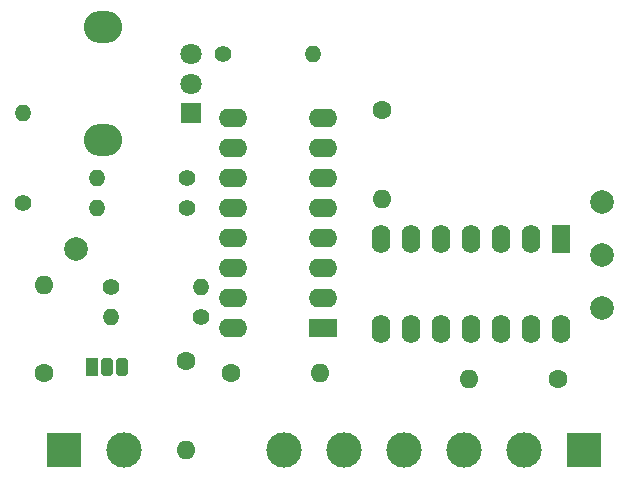
<source format=gbs>
G04 #@! TF.GenerationSoftware,KiCad,Pcbnew,9.0.5-9.0.5~ubuntu25.04.1*
G04 #@! TF.CreationDate,2025-12-03T04:07:12-06:00*
G04 #@! TF.ProjectId,Signal_Board,5369676e-616c-45f4-926f-6172642e6b69,rev?*
G04 #@! TF.SameCoordinates,Original*
G04 #@! TF.FileFunction,Soldermask,Bot*
G04 #@! TF.FilePolarity,Negative*
%FSLAX46Y46*%
G04 Gerber Fmt 4.6, Leading zero omitted, Abs format (unit mm)*
G04 Created by KiCad (PCBNEW 9.0.5-9.0.5~ubuntu25.04.1) date 2025-12-03 04:07:12*
%MOMM*%
%LPD*%
G01*
G04 APERTURE LIST*
G04 Aperture macros list*
%AMRoundRect*
0 Rectangle with rounded corners*
0 $1 Rounding radius*
0 $2 $3 $4 $5 $6 $7 $8 $9 X,Y pos of 4 corners*
0 Add a 4 corners polygon primitive as box body*
4,1,4,$2,$3,$4,$5,$6,$7,$8,$9,$2,$3,0*
0 Add four circle primitives for the rounded corners*
1,1,$1+$1,$2,$3*
1,1,$1+$1,$4,$5*
1,1,$1+$1,$6,$7*
1,1,$1+$1,$8,$9*
0 Add four rect primitives between the rounded corners*
20,1,$1+$1,$2,$3,$4,$5,0*
20,1,$1+$1,$4,$5,$6,$7,0*
20,1,$1+$1,$6,$7,$8,$9,0*
20,1,$1+$1,$8,$9,$2,$3,0*%
G04 Aperture macros list end*
%ADD10C,2.000000*%
%ADD11C,1.600000*%
%ADD12O,1.600000X1.600000*%
%ADD13R,1.600000X2.400000*%
%ADD14O,1.600000X2.400000*%
%ADD15R,3.000000X3.000000*%
%ADD16C,3.000000*%
%ADD17RoundRect,0.262500X-0.262500X-0.487500X0.262500X-0.487500X0.262500X0.487500X-0.262500X0.487500X0*%
%ADD18R,1.050000X1.500000*%
%ADD19C,1.400000*%
%ADD20O,1.400000X1.400000*%
%ADD21R,2.400000X1.600000*%
%ADD22O,2.400000X1.600000*%
%ADD23O,3.240000X2.720000*%
%ADD24R,1.800000X1.800000*%
%ADD25C,1.800000*%
G04 APERTURE END LIST*
D10*
X160000000Y-64000000D03*
X160000000Y-59500000D03*
D11*
X156250000Y-74500000D03*
D12*
X148750000Y-74500000D03*
D13*
X156540000Y-62675000D03*
D14*
X154000000Y-62675000D03*
X151460000Y-62675000D03*
X148920000Y-62675000D03*
X146380000Y-62675000D03*
X143840000Y-62675000D03*
X141300000Y-62675000D03*
X141300000Y-70295000D03*
X143840000Y-70295000D03*
X146380000Y-70295000D03*
X148920000Y-70295000D03*
X151460000Y-70295000D03*
X154000000Y-70295000D03*
X156540000Y-70295000D03*
D15*
X158500000Y-80500000D03*
D16*
X153420000Y-80500000D03*
X148340000Y-80500000D03*
X143260000Y-80500000D03*
X138180000Y-80500000D03*
X133100000Y-80500000D03*
D17*
X119340000Y-73450000D03*
D18*
X116800000Y-73450000D03*
D17*
X118070000Y-73450000D03*
D11*
X124750000Y-73000000D03*
D12*
X124750000Y-80500000D03*
D11*
X141360000Y-51750000D03*
D12*
X141360000Y-59250000D03*
D19*
X118440000Y-66750000D03*
D20*
X126060000Y-66750000D03*
D19*
X111000000Y-59560000D03*
D20*
X111000000Y-51940000D03*
D19*
X124850000Y-60000000D03*
D20*
X117230000Y-60000000D03*
D21*
X136360000Y-70200000D03*
D22*
X136360000Y-67660000D03*
X136360000Y-65120000D03*
X136360000Y-62580000D03*
X136360000Y-60040000D03*
X136360000Y-57500000D03*
X136360000Y-54960000D03*
X136360000Y-52420000D03*
X128740000Y-52420000D03*
X128740000Y-54960000D03*
X128740000Y-57500000D03*
X128740000Y-60040000D03*
X128740000Y-62580000D03*
X128740000Y-65120000D03*
X128740000Y-67660000D03*
X128740000Y-70200000D03*
D19*
X124860000Y-57500000D03*
D20*
X117240000Y-57500000D03*
D19*
X126060000Y-69250000D03*
D20*
X118440000Y-69250000D03*
D11*
X112750000Y-74000000D03*
D12*
X112750000Y-66500000D03*
D11*
X128610000Y-74000000D03*
D12*
X136110000Y-74000000D03*
D10*
X115500000Y-63500000D03*
D23*
X117725000Y-54300000D03*
X117725000Y-44700000D03*
D24*
X125225000Y-52000000D03*
D25*
X125225000Y-49500000D03*
X125225000Y-47000000D03*
D19*
X127920000Y-47000000D03*
D20*
X135540000Y-47000000D03*
D15*
X114420000Y-80500000D03*
D16*
X119500000Y-80500000D03*
D10*
X160000000Y-68500000D03*
M02*

</source>
